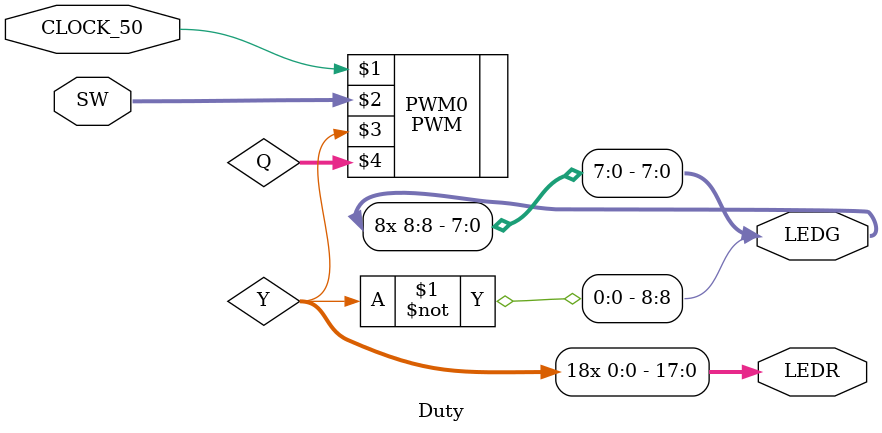
<source format=v>

module Duty(SW, LEDR, LEDG, CLOCK_50); 
   input CLOCK_50;                  // System clock
   input [7:0] SW;                  // Toggle switches 
   output [17:0] LEDR;              // Red LEDs 
   output [8:0] LEDG;               // Green LEDs
   wire [7:0] Q;                    // Wire to be used for counting
   wire Y;                          // Wire to be used for LED brightness
   
   PWM PWM0(CLOCK_50, SW, Y, Q);    // Modeule call to get the values for Y
   
   assign LEDR = {18{Y}};           // Red LED
   assign LEDG = {9{~Y}};           // Green LED
   
endmodule   
</source>
